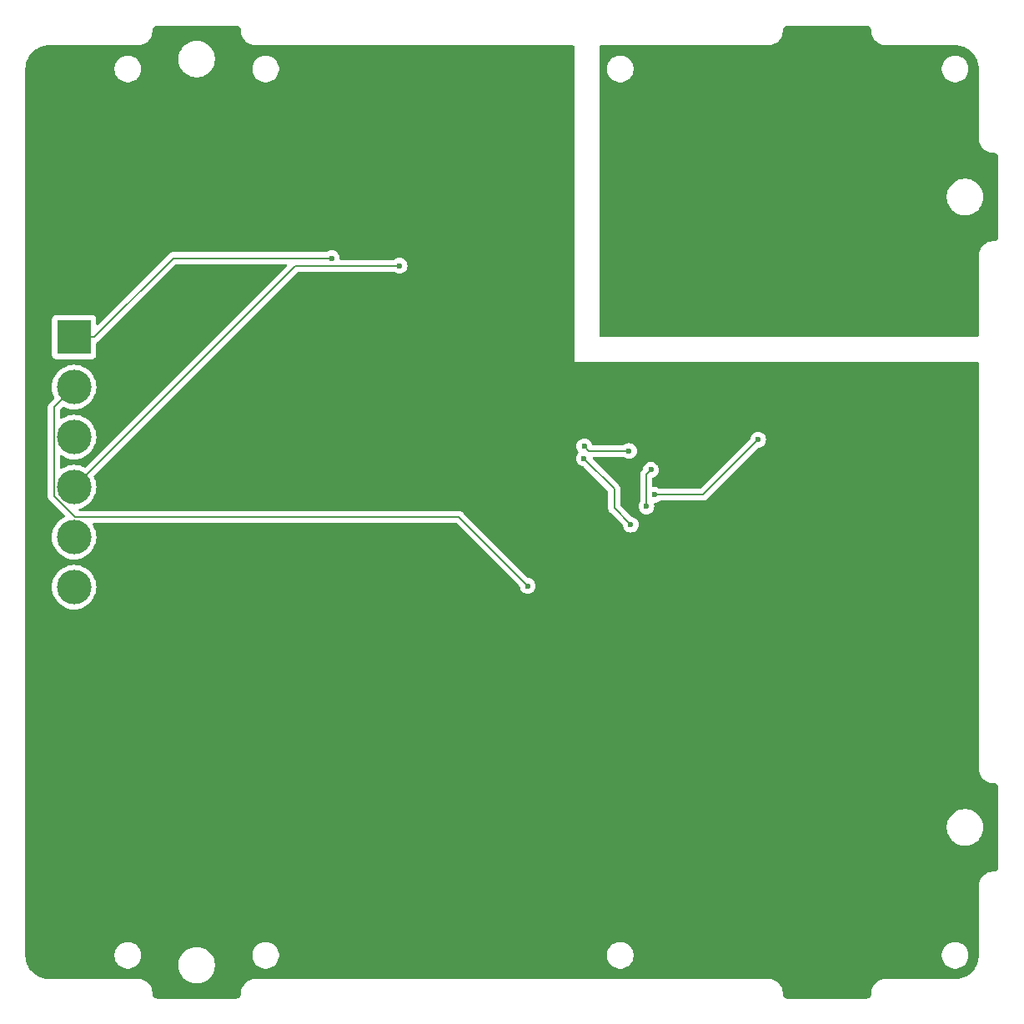
<source format=gbr>
%TF.GenerationSoftware,KiCad,Pcbnew,8.0.3-8.0.3-0~ubuntu22.04.1*%
%TF.CreationDate,2024-10-28T10:53:40+03:00*%
%TF.ProjectId,PM-AI1-W,504d2d41-4931-42d5-972e-6b696361645f,rev?*%
%TF.SameCoordinates,Original*%
%TF.FileFunction,Copper,L2,Bot*%
%TF.FilePolarity,Positive*%
%FSLAX46Y46*%
G04 Gerber Fmt 4.6, Leading zero omitted, Abs format (unit mm)*
G04 Created by KiCad (PCBNEW 8.0.3-8.0.3-0~ubuntu22.04.1) date 2024-10-28 10:53:40*
%MOMM*%
%LPD*%
G01*
G04 APERTURE LIST*
%TA.AperFunction,ComponentPad*%
%ADD10R,3.500000X3.500000*%
%TD*%
%TA.AperFunction,ComponentPad*%
%ADD11C,3.500000*%
%TD*%
%TA.AperFunction,ViaPad*%
%ADD12C,0.600000*%
%TD*%
%TA.AperFunction,Conductor*%
%ADD13C,0.200000*%
%TD*%
G04 APERTURE END LIST*
D10*
%TO.P,J4,1,Pin_1*%
%TO.N,/EXC+*%
X-44450000Y17780000D03*
D11*
%TO.P,J4,2,Pin_2*%
%TO.N,/AD_REFIN(+)*%
X-44450000Y12700000D03*
%TO.P,J4,3,Pin_3*%
%TO.N,/SIG+*%
X-44450000Y7620000D03*
%TO.P,J4,4,Pin_4*%
%TO.N,/EXC-*%
X-44450000Y2540000D03*
%TO.P,J4,5,Pin_5*%
%TO.N,/AD_REFIN(-)*%
X-44450000Y-2540000D03*
%TO.P,J4,6,Pin_6*%
%TO.N,/SIG-*%
X-44450000Y-7620000D03*
%TO.P,J4,7,Pin_7*%
%TO.N,AGND*%
X-44450000Y-12700000D03*
%TO.P,J4,8,Pin_8*%
X-44450000Y-17780000D03*
%TD*%
D12*
%TO.N,/EXC-*%
X-11402200Y25008500D03*
%TO.N,/EXC+*%
X-18293200Y25789900D03*
%TO.N,GND*%
X22860000Y45720000D03*
X29210000Y27940000D03*
X25400000Y43180000D03*
X27940000Y25400000D03*
X38862000Y21971000D03*
%TO.N,AGND*%
X25400000Y5080000D03*
X30480000Y0D03*
X30480000Y-2540000D03*
X-5080000Y2540000D03*
X22860000Y-7620000D03*
X10910001Y-1618765D03*
X-2540000Y-17780000D03*
X-2540000Y10160000D03*
X-5080000Y22860000D03*
X25400000Y12700000D03*
X22860000Y-5080000D03*
X38100000Y7620000D03*
%TO.N,AVDD*%
X7317200Y5447100D03*
X12065000Y-1270000D03*
%TO.N,/AD_REFIN(+)*%
X1611700Y-7493300D03*
%TO.N,/AD_ACX2*%
X7355000Y6680400D03*
X11900800Y6204600D03*
%TO.N,/MISO_ISO*%
X25000600Y7353400D03*
X14485700Y1754200D03*
%TO.N,DVDD*%
X14112300Y4290000D03*
X13650500Y576600D03*
%TD*%
D13*
%TO.N,/EXC-*%
X-21981500Y25008500D02*
X-11402200Y25008500D01*
X-44450000Y2540000D02*
X-21981500Y25008500D01*
%TO.N,/EXC+*%
X-42398300Y17780000D02*
X-34388400Y25789900D01*
X-44450000Y17780000D02*
X-42398300Y17780000D01*
X-34388400Y25789900D02*
X-18293200Y25789900D01*
%TO.N,AVDD*%
X10387600Y2376700D02*
X7317200Y5447100D01*
X12065000Y-1270000D02*
X10387600Y407400D01*
X10387600Y407400D02*
X10387600Y2376700D01*
%TO.N,/AD_REFIN(+)*%
X-5393300Y-488300D02*
X-44380300Y-488300D01*
X1611700Y-7493300D02*
X-5393300Y-488300D01*
X-46512800Y10637200D02*
X-44450000Y12700000D01*
X-46512800Y1644200D02*
X-46512800Y10637200D01*
X-44380300Y-488300D02*
X-46512800Y1644200D01*
%TO.N,/AD_ACX2*%
X11900800Y6204600D02*
X7830800Y6204600D01*
X7830800Y6204600D02*
X7355000Y6680400D01*
%TO.N,/MISO_ISO*%
X19401400Y1754200D02*
X14485700Y1754200D01*
X25000600Y7353400D02*
X19401400Y1754200D01*
%TO.N,DVDD*%
X13650500Y3828200D02*
X13650500Y576600D01*
X14112300Y4290000D02*
X13650500Y3828200D01*
%TD*%
%TA.AperFunction,Conductor*%
%TO.N,GND*%
G36*
X36006922Y49398720D02*
G01*
X36097266Y49388541D01*
X36124331Y49382364D01*
X36203540Y49354648D01*
X36228553Y49342602D01*
X36299606Y49297957D01*
X36321313Y49280645D01*
X36380644Y49221314D01*
X36397957Y49199605D01*
X36442600Y49128556D01*
X36454648Y49103538D01*
X36482362Y49024334D01*
X36488540Y48997265D01*
X36498720Y48906924D01*
X36499500Y48893039D01*
X36499500Y48792683D01*
X36530044Y48580236D01*
X36530047Y48580226D01*
X36590517Y48374285D01*
X36679672Y48179062D01*
X36679679Y48179049D01*
X36795720Y47998486D01*
X36936275Y47836276D01*
X37060277Y47728828D01*
X37098487Y47695719D01*
X37227531Y47612789D01*
X37279048Y47579680D01*
X37279061Y47579673D01*
X37474284Y47490518D01*
X37474288Y47490517D01*
X37474290Y47490516D01*
X37680231Y47430046D01*
X37680232Y47430046D01*
X37680235Y47430045D01*
X37743584Y47420938D01*
X37892682Y47399500D01*
X37934108Y47399500D01*
X44934108Y47399500D01*
X44996249Y47399500D01*
X45003736Y47399274D01*
X45281742Y47382458D01*
X45296605Y47380653D01*
X45371845Y47366865D01*
X45566866Y47331126D01*
X45581395Y47327545D01*
X45843713Y47245803D01*
X45857709Y47240495D01*
X46108264Y47127730D01*
X46121522Y47120772D01*
X46356658Y46978627D01*
X46368969Y46970129D01*
X46585261Y46800676D01*
X46596469Y46790746D01*
X46790745Y46596470D01*
X46800675Y46585262D01*
X46970124Y46368976D01*
X46978628Y46356656D01*
X47002452Y46317247D01*
X47120770Y46121524D01*
X47127729Y46108265D01*
X47240494Y45857710D01*
X47245803Y45843710D01*
X47327542Y45581403D01*
X47331126Y45566863D01*
X47380652Y45296606D01*
X47382457Y45281742D01*
X47399274Y45003737D01*
X47399500Y44996250D01*
X47399500Y37892683D01*
X47430044Y37680236D01*
X47430047Y37680226D01*
X47490517Y37474285D01*
X47579672Y37279062D01*
X47579679Y37279049D01*
X47695720Y37098486D01*
X47836275Y36936276D01*
X47960277Y36828828D01*
X47998487Y36795719D01*
X48114831Y36720950D01*
X48179048Y36679680D01*
X48179061Y36679673D01*
X48374284Y36590518D01*
X48374288Y36590517D01*
X48374290Y36590516D01*
X48580231Y36530046D01*
X48580232Y36530046D01*
X48580235Y36530045D01*
X48643584Y36520938D01*
X48792682Y36499500D01*
X48834108Y36499500D01*
X48893038Y36499500D01*
X48906922Y36498720D01*
X48997266Y36488541D01*
X49024331Y36482364D01*
X49103540Y36454648D01*
X49128553Y36442602D01*
X49199606Y36397957D01*
X49221313Y36380645D01*
X49280644Y36321314D01*
X49297957Y36299605D01*
X49342600Y36228556D01*
X49354648Y36203538D01*
X49382362Y36124334D01*
X49388540Y36097265D01*
X49398720Y36006924D01*
X49399500Y35993039D01*
X49399500Y28006962D01*
X49398720Y27993077D01*
X49388540Y27902736D01*
X49382362Y27875667D01*
X49354648Y27796463D01*
X49342600Y27771445D01*
X49297957Y27700396D01*
X49280644Y27678687D01*
X49221313Y27619356D01*
X49199604Y27602043D01*
X49128555Y27557400D01*
X49103537Y27545352D01*
X49024333Y27517638D01*
X48997264Y27511460D01*
X48917075Y27502424D01*
X48906921Y27501280D01*
X48893038Y27500500D01*
X48792682Y27500500D01*
X48580235Y27469956D01*
X48580225Y27469953D01*
X48374284Y27409483D01*
X48179061Y27320328D01*
X48179048Y27320321D01*
X47998485Y27204280D01*
X47836275Y27063725D01*
X47695720Y26901515D01*
X47579679Y26720952D01*
X47579672Y26720939D01*
X47490517Y26525716D01*
X47430047Y26319775D01*
X47430044Y26319765D01*
X47399500Y26107318D01*
X47399500Y17904000D01*
X47379815Y17836961D01*
X47327011Y17791206D01*
X47275500Y17780000D01*
X9014000Y17780000D01*
X8946961Y17799685D01*
X8901206Y17852489D01*
X8890000Y17904000D01*
X8890000Y32121289D01*
X44149500Y32121289D01*
X44149500Y31878712D01*
X44181161Y31638215D01*
X44243947Y31403896D01*
X44336773Y31179795D01*
X44336776Y31179788D01*
X44458064Y30969711D01*
X44458066Y30969708D01*
X44458067Y30969707D01*
X44605733Y30777264D01*
X44605739Y30777257D01*
X44777256Y30605740D01*
X44777262Y30605735D01*
X44969711Y30458064D01*
X45179788Y30336776D01*
X45403900Y30243946D01*
X45638211Y30181162D01*
X45818586Y30157416D01*
X45878711Y30149500D01*
X45878712Y30149500D01*
X46121289Y30149500D01*
X46169388Y30155833D01*
X46361789Y30181162D01*
X46596100Y30243946D01*
X46820212Y30336776D01*
X47030289Y30458064D01*
X47222738Y30605735D01*
X47394265Y30777262D01*
X47541936Y30969711D01*
X47663224Y31179788D01*
X47756054Y31403900D01*
X47818838Y31638211D01*
X47850500Y31878712D01*
X47850500Y32121288D01*
X47818838Y32361789D01*
X47756054Y32596100D01*
X47663224Y32820212D01*
X47541936Y33030289D01*
X47394265Y33222738D01*
X47394260Y33222744D01*
X47222743Y33394261D01*
X47222736Y33394267D01*
X47030293Y33541933D01*
X47030292Y33541934D01*
X47030289Y33541936D01*
X46820212Y33663224D01*
X46820205Y33663227D01*
X46596104Y33756053D01*
X46361785Y33818839D01*
X46121289Y33850500D01*
X46121288Y33850500D01*
X45878712Y33850500D01*
X45878711Y33850500D01*
X45638214Y33818839D01*
X45403895Y33756053D01*
X45179794Y33663227D01*
X45179785Y33663223D01*
X44969706Y33541933D01*
X44777263Y33394267D01*
X44777256Y33394261D01*
X44605739Y33222744D01*
X44605733Y33222737D01*
X44458067Y33030294D01*
X44336777Y32820215D01*
X44336773Y32820206D01*
X44243947Y32596105D01*
X44181161Y32361786D01*
X44149500Y32121289D01*
X8890000Y32121289D01*
X8890000Y45106287D01*
X9649500Y45106287D01*
X9649500Y44893714D01*
X9682753Y44683761D01*
X9748444Y44481586D01*
X9844951Y44292180D01*
X9969890Y44120214D01*
X10120213Y43969891D01*
X10292179Y43844952D01*
X10292181Y43844951D01*
X10292184Y43844949D01*
X10481588Y43748443D01*
X10683757Y43682754D01*
X10893713Y43649500D01*
X10893714Y43649500D01*
X11106286Y43649500D01*
X11106287Y43649500D01*
X11316243Y43682754D01*
X11518412Y43748443D01*
X11707816Y43844949D01*
X11729789Y43860914D01*
X11879786Y43969891D01*
X11879788Y43969894D01*
X11879792Y43969896D01*
X12030104Y44120208D01*
X12030106Y44120212D01*
X12030109Y44120214D01*
X12155048Y44292180D01*
X12155047Y44292180D01*
X12155051Y44292184D01*
X12251557Y44481588D01*
X12317246Y44683757D01*
X12350500Y44893713D01*
X12350500Y45106287D01*
X43649500Y45106287D01*
X43649500Y44893714D01*
X43682753Y44683761D01*
X43748444Y44481586D01*
X43844951Y44292180D01*
X43969890Y44120214D01*
X44120213Y43969891D01*
X44292179Y43844952D01*
X44292181Y43844951D01*
X44292184Y43844949D01*
X44481588Y43748443D01*
X44683757Y43682754D01*
X44893713Y43649500D01*
X44893714Y43649500D01*
X45106286Y43649500D01*
X45106287Y43649500D01*
X45316243Y43682754D01*
X45518412Y43748443D01*
X45707816Y43844949D01*
X45729789Y43860914D01*
X45879786Y43969891D01*
X45879788Y43969894D01*
X45879792Y43969896D01*
X46030104Y44120208D01*
X46030106Y44120212D01*
X46030109Y44120214D01*
X46155048Y44292180D01*
X46155047Y44292180D01*
X46155051Y44292184D01*
X46251557Y44481588D01*
X46317246Y44683757D01*
X46350500Y44893713D01*
X46350500Y45106287D01*
X46317246Y45316243D01*
X46251557Y45518412D01*
X46155051Y45707816D01*
X46155049Y45707819D01*
X46155048Y45707821D01*
X46030109Y45879787D01*
X45879786Y46030110D01*
X45707820Y46155049D01*
X45518414Y46251556D01*
X45518413Y46251557D01*
X45518412Y46251557D01*
X45316243Y46317246D01*
X45316241Y46317247D01*
X45316240Y46317247D01*
X45154957Y46342792D01*
X45106287Y46350500D01*
X44893713Y46350500D01*
X44845042Y46342792D01*
X44683760Y46317247D01*
X44481585Y46251556D01*
X44292179Y46155049D01*
X44120213Y46030110D01*
X43969890Y45879787D01*
X43844951Y45707821D01*
X43748444Y45518415D01*
X43682753Y45316240D01*
X43649500Y45106287D01*
X12350500Y45106287D01*
X12317246Y45316243D01*
X12251557Y45518412D01*
X12155051Y45707816D01*
X12155049Y45707819D01*
X12155048Y45707821D01*
X12030109Y45879787D01*
X11879786Y46030110D01*
X11707820Y46155049D01*
X11518414Y46251556D01*
X11518413Y46251557D01*
X11518412Y46251557D01*
X11316243Y46317246D01*
X11316241Y46317247D01*
X11316240Y46317247D01*
X11154957Y46342792D01*
X11106287Y46350500D01*
X10893713Y46350500D01*
X10845042Y46342792D01*
X10683760Y46317247D01*
X10481585Y46251556D01*
X10292179Y46155049D01*
X10120213Y46030110D01*
X9969890Y45879787D01*
X9844951Y45707821D01*
X9748444Y45518415D01*
X9682753Y45316240D01*
X9649500Y45106287D01*
X8890000Y45106287D01*
X8890000Y47275500D01*
X8909685Y47342539D01*
X8962489Y47388294D01*
X9014000Y47399500D01*
X26107317Y47399500D01*
X26107318Y47399500D01*
X26277851Y47424020D01*
X26319764Y47430045D01*
X26319765Y47430046D01*
X26319769Y47430046D01*
X26525710Y47490516D01*
X26525713Y47490518D01*
X26525715Y47490518D01*
X26720938Y47579673D01*
X26720944Y47579677D01*
X26720950Y47579679D01*
X26901513Y47695719D01*
X27063724Y47836276D01*
X27204281Y47998487D01*
X27320321Y48179050D01*
X27320323Y48179056D01*
X27320327Y48179062D01*
X27409482Y48374285D01*
X27409482Y48374287D01*
X27409484Y48374290D01*
X27469954Y48580231D01*
X27500500Y48792682D01*
X27500500Y48893039D01*
X27501280Y48906923D01*
X27501280Y48906924D01*
X27511459Y48997269D01*
X27517635Y49024330D01*
X27545353Y49103544D01*
X27557396Y49128550D01*
X27602046Y49199611D01*
X27619351Y49221310D01*
X27678690Y49280649D01*
X27700389Y49297954D01*
X27771450Y49342604D01*
X27796456Y49354647D01*
X27875670Y49382365D01*
X27902733Y49388541D01*
X27965419Y49395604D01*
X27993079Y49398720D01*
X28006962Y49399500D01*
X28065892Y49399500D01*
X35934108Y49399500D01*
X35993038Y49399500D01*
X36006922Y49398720D01*
G37*
%TD.AperFunction*%
%TD*%
%TA.AperFunction,Conductor*%
%TO.N,AGND*%
G36*
X-27993078Y49398720D02*
G01*
X-27902734Y49388541D01*
X-27875669Y49382364D01*
X-27796460Y49354648D01*
X-27771447Y49342602D01*
X-27700394Y49297957D01*
X-27678687Y49280645D01*
X-27619356Y49221314D01*
X-27602043Y49199605D01*
X-27557400Y49128556D01*
X-27545352Y49103538D01*
X-27517638Y49024334D01*
X-27511460Y48997265D01*
X-27501280Y48906924D01*
X-27500500Y48893039D01*
X-27500500Y48792683D01*
X-27469956Y48580236D01*
X-27469953Y48580226D01*
X-27409483Y48374285D01*
X-27320328Y48179062D01*
X-27320321Y48179049D01*
X-27204280Y47998486D01*
X-27063725Y47836276D01*
X-27043600Y47818838D01*
X-26901513Y47695719D01*
X-26772469Y47612789D01*
X-26720952Y47579680D01*
X-26720939Y47579673D01*
X-26525716Y47490518D01*
X-26525712Y47490517D01*
X-26525710Y47490516D01*
X-26319769Y47430046D01*
X-26319768Y47430046D01*
X-26319765Y47430045D01*
X-26256416Y47420938D01*
X-26107318Y47399500D01*
X-26107317Y47399500D01*
X6226000Y47399500D01*
X6293039Y47379815D01*
X6338794Y47327011D01*
X6350000Y47275500D01*
X6350000Y15240000D01*
X47275500Y15240000D01*
X47342539Y15220315D01*
X47388294Y15167511D01*
X47399500Y15116000D01*
X47399500Y-26107317D01*
X47430044Y-26319764D01*
X47430047Y-26319774D01*
X47490517Y-26525715D01*
X47579672Y-26720938D01*
X47579679Y-26720951D01*
X47695720Y-26901514D01*
X47836275Y-27063724D01*
X47960277Y-27171172D01*
X47998487Y-27204281D01*
X48114831Y-27279050D01*
X48179048Y-27320320D01*
X48179061Y-27320327D01*
X48374284Y-27409482D01*
X48374288Y-27409483D01*
X48374290Y-27409484D01*
X48580231Y-27469954D01*
X48580232Y-27469954D01*
X48580235Y-27469955D01*
X48643584Y-27479062D01*
X48792682Y-27500500D01*
X48834108Y-27500500D01*
X48893038Y-27500500D01*
X48906922Y-27501280D01*
X48997266Y-27511459D01*
X49024331Y-27517636D01*
X49103540Y-27545352D01*
X49128553Y-27557398D01*
X49199606Y-27602043D01*
X49221313Y-27619355D01*
X49280644Y-27678686D01*
X49297957Y-27700395D01*
X49342600Y-27771444D01*
X49354648Y-27796462D01*
X49382362Y-27875666D01*
X49388540Y-27902735D01*
X49398720Y-27993076D01*
X49399500Y-28006961D01*
X49399500Y-35993038D01*
X49398720Y-36006923D01*
X49388540Y-36097264D01*
X49382362Y-36124333D01*
X49354648Y-36203537D01*
X49342600Y-36228555D01*
X49297957Y-36299604D01*
X49280644Y-36321313D01*
X49221313Y-36380644D01*
X49199604Y-36397957D01*
X49128555Y-36442600D01*
X49103537Y-36454648D01*
X49024333Y-36482362D01*
X48997264Y-36488540D01*
X48917075Y-36497576D01*
X48906921Y-36498720D01*
X48893038Y-36499500D01*
X48792682Y-36499500D01*
X48580235Y-36530044D01*
X48580225Y-36530047D01*
X48374284Y-36590517D01*
X48179061Y-36679672D01*
X48179048Y-36679679D01*
X47998485Y-36795720D01*
X47836275Y-36936275D01*
X47695720Y-37098485D01*
X47579679Y-37279048D01*
X47579672Y-37279061D01*
X47490517Y-37474284D01*
X47430047Y-37680225D01*
X47430044Y-37680235D01*
X47399500Y-37892682D01*
X47399500Y-44996249D01*
X47399274Y-45003736D01*
X47382457Y-45281741D01*
X47380652Y-45296605D01*
X47331126Y-45566862D01*
X47327542Y-45581402D01*
X47245803Y-45843709D01*
X47240494Y-45857709D01*
X47127729Y-46108264D01*
X47120770Y-46121523D01*
X46978630Y-46356652D01*
X46970124Y-46368975D01*
X46800675Y-46585261D01*
X46790745Y-46596469D01*
X46596469Y-46790745D01*
X46585261Y-46800675D01*
X46368975Y-46970124D01*
X46356652Y-46978630D01*
X46121523Y-47120770D01*
X46108264Y-47127729D01*
X45857709Y-47240494D01*
X45843709Y-47245803D01*
X45581402Y-47327542D01*
X45566862Y-47331126D01*
X45296605Y-47380652D01*
X45281741Y-47382457D01*
X45003736Y-47399274D01*
X44996249Y-47399500D01*
X37892682Y-47399500D01*
X37680235Y-47430044D01*
X37680225Y-47430047D01*
X37474284Y-47490517D01*
X37279061Y-47579672D01*
X37279048Y-47579679D01*
X37098485Y-47695720D01*
X36936275Y-47836275D01*
X36795720Y-47998485D01*
X36679679Y-48179048D01*
X36679672Y-48179061D01*
X36590517Y-48374284D01*
X36530047Y-48580225D01*
X36530044Y-48580235D01*
X36499500Y-48792682D01*
X36499500Y-48893038D01*
X36498720Y-48906923D01*
X36488540Y-48997264D01*
X36482362Y-49024333D01*
X36454648Y-49103537D01*
X36442600Y-49128555D01*
X36397957Y-49199604D01*
X36380644Y-49221313D01*
X36321313Y-49280644D01*
X36299604Y-49297957D01*
X36228555Y-49342600D01*
X36203537Y-49354648D01*
X36124333Y-49382362D01*
X36097264Y-49388540D01*
X36017075Y-49397576D01*
X36006921Y-49398720D01*
X35993038Y-49399500D01*
X28006962Y-49399500D01*
X27993078Y-49398720D01*
X27980553Y-49397308D01*
X27902735Y-49388540D01*
X27875666Y-49382362D01*
X27796462Y-49354648D01*
X27771444Y-49342600D01*
X27700395Y-49297957D01*
X27678686Y-49280644D01*
X27619355Y-49221313D01*
X27602042Y-49199604D01*
X27557399Y-49128555D01*
X27545351Y-49103537D01*
X27517637Y-49024333D01*
X27511459Y-48997263D01*
X27501280Y-48906922D01*
X27500500Y-48893038D01*
X27500500Y-48792683D01*
X27500500Y-48792682D01*
X27469954Y-48580231D01*
X27409484Y-48374290D01*
X27409483Y-48374288D01*
X27409482Y-48374284D01*
X27320327Y-48179061D01*
X27320320Y-48179048D01*
X27227120Y-48034026D01*
X27204281Y-47998487D01*
X27171172Y-47960277D01*
X27063724Y-47836275D01*
X26901514Y-47695720D01*
X26901513Y-47695719D01*
X26824634Y-47646312D01*
X26720951Y-47579679D01*
X26720938Y-47579672D01*
X26525715Y-47490517D01*
X26319774Y-47430047D01*
X26319764Y-47430044D01*
X26128754Y-47402582D01*
X26107318Y-47399500D01*
X26065892Y-47399500D01*
X-25934108Y-47399500D01*
X-26000000Y-47399500D01*
X-26107318Y-47399500D01*
X-26319765Y-47430044D01*
X-26319775Y-47430047D01*
X-26525716Y-47490517D01*
X-26720939Y-47579672D01*
X-26720952Y-47579679D01*
X-26901515Y-47695720D01*
X-27063725Y-47836275D01*
X-27204280Y-47998485D01*
X-27320321Y-48179048D01*
X-27320328Y-48179061D01*
X-27409483Y-48374284D01*
X-27469953Y-48580225D01*
X-27469956Y-48580235D01*
X-27500500Y-48792682D01*
X-27500500Y-48893038D01*
X-27501280Y-48906923D01*
X-27511460Y-48997264D01*
X-27517638Y-49024333D01*
X-27545352Y-49103537D01*
X-27557400Y-49128555D01*
X-27602043Y-49199604D01*
X-27619356Y-49221313D01*
X-27678687Y-49280644D01*
X-27700396Y-49297957D01*
X-27771445Y-49342600D01*
X-27796463Y-49354648D01*
X-27875667Y-49382362D01*
X-27902736Y-49388540D01*
X-27982925Y-49397576D01*
X-27993079Y-49398720D01*
X-28006962Y-49399500D01*
X-35993038Y-49399500D01*
X-36006922Y-49398720D01*
X-36019447Y-49397308D01*
X-36097265Y-49388540D01*
X-36124334Y-49382362D01*
X-36203538Y-49354648D01*
X-36228556Y-49342600D01*
X-36299605Y-49297957D01*
X-36321314Y-49280644D01*
X-36380645Y-49221313D01*
X-36397958Y-49199604D01*
X-36442601Y-49128555D01*
X-36454649Y-49103537D01*
X-36482363Y-49024333D01*
X-36488541Y-48997263D01*
X-36498720Y-48906922D01*
X-36499500Y-48893038D01*
X-36499500Y-48792683D01*
X-36499500Y-48792682D01*
X-36530046Y-48580231D01*
X-36590516Y-48374290D01*
X-36590517Y-48374288D01*
X-36590518Y-48374284D01*
X-36679673Y-48179061D01*
X-36679680Y-48179048D01*
X-36772880Y-48034026D01*
X-36795719Y-47998487D01*
X-36828828Y-47960277D01*
X-36936276Y-47836275D01*
X-37098486Y-47695720D01*
X-37098487Y-47695719D01*
X-37175366Y-47646312D01*
X-37279049Y-47579679D01*
X-37279062Y-47579672D01*
X-37474285Y-47490517D01*
X-37680226Y-47430047D01*
X-37680236Y-47430044D01*
X-37871246Y-47402582D01*
X-37892682Y-47399500D01*
X-37892683Y-47399500D01*
X-46996249Y-47399500D01*
X-47003736Y-47399274D01*
X-47281742Y-47382457D01*
X-47296606Y-47380652D01*
X-47566863Y-47331126D01*
X-47581403Y-47327542D01*
X-47843710Y-47245803D01*
X-47857710Y-47240494D01*
X-48108265Y-47127729D01*
X-48121524Y-47120770D01*
X-48356653Y-46978630D01*
X-48368976Y-46970124D01*
X-48585262Y-46800675D01*
X-48596470Y-46790745D01*
X-48790746Y-46596469D01*
X-48800676Y-46585261D01*
X-48970125Y-46368975D01*
X-48978627Y-46356658D01*
X-49120772Y-46121522D01*
X-49127730Y-46108264D01*
X-49240496Y-45857706D01*
X-49245804Y-45843709D01*
X-49327543Y-45581402D01*
X-49331127Y-45566862D01*
X-49340006Y-45518412D01*
X-49380653Y-45296605D01*
X-49382458Y-45281741D01*
X-49399274Y-45003736D01*
X-49399500Y-44996249D01*
X-49399500Y-44893713D01*
X-40350500Y-44893713D01*
X-40350500Y-45106286D01*
X-40317247Y-45316239D01*
X-40251556Y-45518414D01*
X-40155049Y-45707820D01*
X-40030110Y-45879786D01*
X-39879787Y-46030109D01*
X-39707821Y-46155048D01*
X-39707819Y-46155049D01*
X-39707816Y-46155051D01*
X-39518412Y-46251557D01*
X-39316243Y-46317246D01*
X-39106287Y-46350500D01*
X-39106286Y-46350500D01*
X-38893714Y-46350500D01*
X-38893713Y-46350500D01*
X-38683757Y-46317246D01*
X-38481588Y-46251557D01*
X-38292184Y-46155051D01*
X-38227787Y-46108264D01*
X-38120214Y-46030109D01*
X-38120212Y-46030106D01*
X-38120208Y-46030104D01*
X-37969896Y-45879792D01*
X-37969894Y-45879788D01*
X-37969891Y-45879786D01*
X-37969110Y-45878711D01*
X-33850500Y-45878711D01*
X-33850500Y-46121288D01*
X-33819515Y-46356652D01*
X-33818838Y-46361789D01*
X-33787446Y-46478944D01*
X-33756053Y-46596104D01*
X-33663227Y-46820205D01*
X-33663224Y-46820212D01*
X-33541936Y-47030289D01*
X-33541934Y-47030292D01*
X-33541933Y-47030293D01*
X-33394267Y-47222736D01*
X-33394261Y-47222743D01*
X-33222744Y-47394260D01*
X-33222738Y-47394265D01*
X-33030289Y-47541936D01*
X-32820212Y-47663224D01*
X-32596100Y-47756054D01*
X-32361789Y-47818838D01*
X-32181414Y-47842584D01*
X-32121289Y-47850500D01*
X-32121288Y-47850500D01*
X-31878711Y-47850500D01*
X-31830612Y-47844167D01*
X-31638211Y-47818838D01*
X-31403900Y-47756054D01*
X-31179788Y-47663224D01*
X-30969711Y-47541936D01*
X-30777262Y-47394265D01*
X-30605735Y-47222738D01*
X-30458064Y-47030289D01*
X-30336776Y-46820212D01*
X-30243946Y-46596100D01*
X-30181162Y-46361789D01*
X-30149500Y-46121288D01*
X-30149500Y-45878712D01*
X-30181162Y-45638211D01*
X-30243946Y-45403900D01*
X-30336776Y-45179788D01*
X-30458064Y-44969711D01*
X-30516379Y-44893713D01*
X-26350500Y-44893713D01*
X-26350500Y-45106286D01*
X-26317247Y-45316239D01*
X-26251556Y-45518414D01*
X-26155049Y-45707820D01*
X-26030110Y-45879786D01*
X-25879787Y-46030109D01*
X-25707821Y-46155048D01*
X-25707819Y-46155049D01*
X-25707816Y-46155051D01*
X-25518412Y-46251557D01*
X-25316243Y-46317246D01*
X-25106287Y-46350500D01*
X-25106286Y-46350500D01*
X-24893714Y-46350500D01*
X-24893713Y-46350500D01*
X-24683757Y-46317246D01*
X-24481588Y-46251557D01*
X-24292184Y-46155051D01*
X-24227787Y-46108264D01*
X-24120214Y-46030109D01*
X-24120212Y-46030106D01*
X-24120208Y-46030104D01*
X-23969896Y-45879792D01*
X-23969894Y-45879788D01*
X-23969891Y-45879786D01*
X-23844952Y-45707820D01*
X-23844953Y-45707820D01*
X-23844949Y-45707816D01*
X-23748443Y-45518412D01*
X-23682754Y-45316243D01*
X-23649500Y-45106287D01*
X-23649500Y-44893713D01*
X9649500Y-44893713D01*
X9649500Y-45106286D01*
X9682753Y-45316239D01*
X9748444Y-45518414D01*
X9844951Y-45707820D01*
X9969890Y-45879786D01*
X10120213Y-46030109D01*
X10292179Y-46155048D01*
X10292181Y-46155049D01*
X10292184Y-46155051D01*
X10481588Y-46251557D01*
X10683757Y-46317246D01*
X10893713Y-46350500D01*
X10893714Y-46350500D01*
X11106286Y-46350500D01*
X11106287Y-46350500D01*
X11316243Y-46317246D01*
X11518412Y-46251557D01*
X11707816Y-46155051D01*
X11772213Y-46108264D01*
X11879786Y-46030109D01*
X11879788Y-46030106D01*
X11879792Y-46030104D01*
X12030104Y-45879792D01*
X12030106Y-45879788D01*
X12030109Y-45879786D01*
X12155048Y-45707820D01*
X12155047Y-45707820D01*
X12155051Y-45707816D01*
X12251557Y-45518412D01*
X12317246Y-45316243D01*
X12350500Y-45106287D01*
X12350500Y-44893713D01*
X43649500Y-44893713D01*
X43649500Y-45106286D01*
X43682753Y-45316239D01*
X43748444Y-45518414D01*
X43844951Y-45707820D01*
X43969890Y-45879786D01*
X44120213Y-46030109D01*
X44292179Y-46155048D01*
X44292181Y-46155049D01*
X44292184Y-46155051D01*
X44481588Y-46251557D01*
X44683757Y-46317246D01*
X44893713Y-46350500D01*
X44893714Y-46350500D01*
X45106286Y-46350500D01*
X45106287Y-46350500D01*
X45316243Y-46317246D01*
X45518412Y-46251557D01*
X45707816Y-46155051D01*
X45772213Y-46108264D01*
X45879786Y-46030109D01*
X45879788Y-46030106D01*
X45879792Y-46030104D01*
X46030104Y-45879792D01*
X46030106Y-45879788D01*
X46030109Y-45879786D01*
X46155048Y-45707820D01*
X46155047Y-45707820D01*
X46155051Y-45707816D01*
X46251557Y-45518412D01*
X46317246Y-45316243D01*
X46350500Y-45106287D01*
X46350500Y-44893713D01*
X46317246Y-44683757D01*
X46251557Y-44481588D01*
X46155051Y-44292184D01*
X46155049Y-44292181D01*
X46155048Y-44292179D01*
X46030109Y-44120213D01*
X45879786Y-43969890D01*
X45707820Y-43844951D01*
X45518414Y-43748444D01*
X45518413Y-43748443D01*
X45518412Y-43748443D01*
X45316243Y-43682754D01*
X45316241Y-43682753D01*
X45316240Y-43682753D01*
X45154957Y-43657208D01*
X45106287Y-43649500D01*
X44893713Y-43649500D01*
X44845042Y-43657208D01*
X44683760Y-43682753D01*
X44481585Y-43748444D01*
X44292179Y-43844951D01*
X44120213Y-43969890D01*
X43969890Y-44120213D01*
X43844951Y-44292179D01*
X43748444Y-44481585D01*
X43682753Y-44683760D01*
X43649500Y-44893713D01*
X12350500Y-44893713D01*
X12317246Y-44683757D01*
X12251557Y-44481588D01*
X12155051Y-44292184D01*
X12155049Y-44292181D01*
X12155048Y-44292179D01*
X12030109Y-44120213D01*
X11879786Y-43969890D01*
X11707820Y-43844951D01*
X11518414Y-43748444D01*
X11518413Y-43748443D01*
X11518412Y-43748443D01*
X11316243Y-43682754D01*
X11316241Y-43682753D01*
X11316240Y-43682753D01*
X11154957Y-43657208D01*
X11106287Y-43649500D01*
X10893713Y-43649500D01*
X10845042Y-43657208D01*
X10683760Y-43682753D01*
X10481585Y-43748444D01*
X10292179Y-43844951D01*
X10120213Y-43969890D01*
X9969890Y-44120213D01*
X9844951Y-44292179D01*
X9748444Y-44481585D01*
X9682753Y-44683760D01*
X9649500Y-44893713D01*
X-23649500Y-44893713D01*
X-23682754Y-44683757D01*
X-23748443Y-44481588D01*
X-23844949Y-44292184D01*
X-23844951Y-44292181D01*
X-23844952Y-44292179D01*
X-23969891Y-44120213D01*
X-24120214Y-43969890D01*
X-24292180Y-43844951D01*
X-24481586Y-43748444D01*
X-24481587Y-43748443D01*
X-24481588Y-43748443D01*
X-24683757Y-43682754D01*
X-24683759Y-43682753D01*
X-24683760Y-43682753D01*
X-24845043Y-43657208D01*
X-24893713Y-43649500D01*
X-25106287Y-43649500D01*
X-25154958Y-43657208D01*
X-25316240Y-43682753D01*
X-25518415Y-43748444D01*
X-25707821Y-43844951D01*
X-25879787Y-43969890D01*
X-26030110Y-44120213D01*
X-26155049Y-44292179D01*
X-26251556Y-44481585D01*
X-26317247Y-44683760D01*
X-26350500Y-44893713D01*
X-30516379Y-44893713D01*
X-30605735Y-44777262D01*
X-30605740Y-44777256D01*
X-30777257Y-44605739D01*
X-30777264Y-44605733D01*
X-30969707Y-44458067D01*
X-30969708Y-44458066D01*
X-30969711Y-44458064D01*
X-31179788Y-44336776D01*
X-31179795Y-44336773D01*
X-31403896Y-44243947D01*
X-31638215Y-44181161D01*
X-31878711Y-44149500D01*
X-31878712Y-44149500D01*
X-32121288Y-44149500D01*
X-32121289Y-44149500D01*
X-32361786Y-44181161D01*
X-32596105Y-44243947D01*
X-32820206Y-44336773D01*
X-32820215Y-44336777D01*
X-33030294Y-44458067D01*
X-33222737Y-44605733D01*
X-33222744Y-44605739D01*
X-33394261Y-44777256D01*
X-33394267Y-44777263D01*
X-33541933Y-44969706D01*
X-33663223Y-45179785D01*
X-33663227Y-45179794D01*
X-33756053Y-45403895D01*
X-33818839Y-45638214D01*
X-33850500Y-45878711D01*
X-37969110Y-45878711D01*
X-37844952Y-45707820D01*
X-37844953Y-45707820D01*
X-37844949Y-45707816D01*
X-37748443Y-45518412D01*
X-37682754Y-45316243D01*
X-37649500Y-45106287D01*
X-37649500Y-44893713D01*
X-37682754Y-44683757D01*
X-37748443Y-44481588D01*
X-37844949Y-44292184D01*
X-37844951Y-44292181D01*
X-37844952Y-44292179D01*
X-37969891Y-44120213D01*
X-38120214Y-43969890D01*
X-38292180Y-43844951D01*
X-38481586Y-43748444D01*
X-38481587Y-43748443D01*
X-38481588Y-43748443D01*
X-38683757Y-43682754D01*
X-38683759Y-43682753D01*
X-38683760Y-43682753D01*
X-38845043Y-43657208D01*
X-38893713Y-43649500D01*
X-39106287Y-43649500D01*
X-39154958Y-43657208D01*
X-39316240Y-43682753D01*
X-39518415Y-43748444D01*
X-39707821Y-43844951D01*
X-39879787Y-43969890D01*
X-40030110Y-44120213D01*
X-40155049Y-44292179D01*
X-40251556Y-44481585D01*
X-40317247Y-44683760D01*
X-40350500Y-44893713D01*
X-49399500Y-44893713D01*
X-49399500Y-31878711D01*
X44149500Y-31878711D01*
X44149500Y-32121288D01*
X44181161Y-32361785D01*
X44243947Y-32596104D01*
X44336773Y-32820205D01*
X44336776Y-32820212D01*
X44458064Y-33030289D01*
X44458066Y-33030292D01*
X44458067Y-33030293D01*
X44605733Y-33222736D01*
X44605739Y-33222743D01*
X44777256Y-33394260D01*
X44777262Y-33394265D01*
X44969711Y-33541936D01*
X45179788Y-33663224D01*
X45403900Y-33756054D01*
X45638211Y-33818838D01*
X45818586Y-33842584D01*
X45878711Y-33850500D01*
X45878712Y-33850500D01*
X46121289Y-33850500D01*
X46169388Y-33844167D01*
X46361789Y-33818838D01*
X46596100Y-33756054D01*
X46820212Y-33663224D01*
X47030289Y-33541936D01*
X47222738Y-33394265D01*
X47394265Y-33222738D01*
X47541936Y-33030289D01*
X47663224Y-32820212D01*
X47756054Y-32596100D01*
X47818838Y-32361789D01*
X47850500Y-32121288D01*
X47850500Y-31878712D01*
X47818838Y-31638211D01*
X47756054Y-31403900D01*
X47663224Y-31179788D01*
X47541936Y-30969711D01*
X47394265Y-30777262D01*
X47394260Y-30777256D01*
X47222743Y-30605739D01*
X47222736Y-30605733D01*
X47030293Y-30458067D01*
X47030292Y-30458066D01*
X47030289Y-30458064D01*
X46820212Y-30336776D01*
X46820205Y-30336773D01*
X46596104Y-30243947D01*
X46361785Y-30181161D01*
X46121289Y-30149500D01*
X46121288Y-30149500D01*
X45878712Y-30149500D01*
X45878711Y-30149500D01*
X45638214Y-30181161D01*
X45403895Y-30243947D01*
X45179794Y-30336773D01*
X45179785Y-30336777D01*
X44969706Y-30458067D01*
X44777263Y-30605733D01*
X44777256Y-30605739D01*
X44605739Y-30777256D01*
X44605733Y-30777263D01*
X44458067Y-30969706D01*
X44336777Y-31179785D01*
X44336773Y-31179794D01*
X44243947Y-31403895D01*
X44181161Y-31638214D01*
X44149500Y-31878711D01*
X-49399500Y-31878711D01*
X-49399500Y-7619992D01*
X-46705329Y-7619992D01*
X-46705329Y-7620007D01*
X-46686036Y-7914363D01*
X-46686035Y-7914373D01*
X-46686034Y-7914380D01*
X-46644515Y-8123115D01*
X-46628482Y-8203716D01*
X-46628479Y-8203730D01*
X-46533651Y-8483080D01*
X-46403175Y-8747660D01*
X-46403171Y-8747667D01*
X-46239275Y-8992955D01*
X-46044759Y-9214758D01*
X-45822957Y-9409273D01*
X-45577665Y-9573172D01*
X-45313077Y-9703652D01*
X-45033722Y-9798481D01*
X-44744380Y-9856034D01*
X-44716112Y-9857886D01*
X-44450007Y-9875329D01*
X-44450000Y-9875329D01*
X-44449993Y-9875329D01*
X-44214325Y-9859881D01*
X-44155620Y-9856034D01*
X-43866278Y-9798481D01*
X-43586923Y-9703652D01*
X-43322335Y-9573172D01*
X-43077043Y-9409273D01*
X-42855242Y-9214758D01*
X-42660727Y-8992957D01*
X-42496828Y-8747665D01*
X-42366348Y-8483077D01*
X-42271519Y-8203722D01*
X-42213966Y-7914380D01*
X-42209276Y-7842821D01*
X-42194671Y-7620007D01*
X-42194671Y-7619992D01*
X-42213965Y-7325636D01*
X-42213966Y-7325620D01*
X-42271519Y-7036278D01*
X-42366348Y-6756923D01*
X-42496828Y-6492336D01*
X-42660727Y-6247043D01*
X-42703345Y-6198447D01*
X-42855242Y-6025241D01*
X-43077045Y-5830725D01*
X-43322333Y-5666829D01*
X-43322340Y-5666825D01*
X-43586920Y-5536349D01*
X-43866270Y-5441521D01*
X-43866276Y-5441519D01*
X-43866278Y-5441519D01*
X-44155620Y-5383966D01*
X-44155627Y-5383965D01*
X-44155637Y-5383964D01*
X-44449993Y-5364671D01*
X-44450007Y-5364671D01*
X-44744364Y-5383964D01*
X-44744376Y-5383965D01*
X-44744380Y-5383966D01*
X-44744388Y-5383967D01*
X-44744391Y-5383968D01*
X-45033717Y-5441518D01*
X-45033731Y-5441521D01*
X-45313081Y-5536349D01*
X-45577666Y-5666828D01*
X-45822959Y-5830728D01*
X-46044759Y-6025241D01*
X-46239272Y-6247041D01*
X-46403172Y-6492334D01*
X-46533651Y-6756919D01*
X-46628479Y-7036269D01*
X-46628482Y-7036283D01*
X-46686032Y-7325609D01*
X-46686036Y-7325636D01*
X-46705329Y-7619992D01*
X-49399500Y-7619992D01*
X-49399500Y1565146D01*
X-47113302Y1565146D01*
X-47113301Y1565143D01*
X-47072377Y1412415D01*
X-47067912Y1404682D01*
X-47067910Y1404678D01*
X-46993323Y1275488D01*
X-46993319Y1275483D01*
X-46874451Y1156615D01*
X-46874445Y1156610D01*
X-45400885Y-316950D01*
X-45367400Y-378273D01*
X-45372384Y-447965D01*
X-45414256Y-503898D01*
X-45433722Y-515843D01*
X-45577665Y-586828D01*
X-45822959Y-750728D01*
X-46044759Y-945241D01*
X-46239272Y-1167041D01*
X-46403172Y-1412334D01*
X-46533651Y-1676919D01*
X-46628479Y-1956269D01*
X-46628482Y-1956283D01*
X-46686032Y-2245609D01*
X-46686036Y-2245636D01*
X-46705329Y-2539992D01*
X-46705329Y-2540007D01*
X-46686036Y-2834363D01*
X-46686035Y-2834373D01*
X-46686034Y-2834380D01*
X-46686032Y-2834390D01*
X-46628482Y-3123716D01*
X-46628479Y-3123730D01*
X-46533651Y-3403080D01*
X-46403175Y-3667660D01*
X-46403171Y-3667667D01*
X-46239275Y-3912955D01*
X-46044759Y-4134758D01*
X-45822957Y-4329273D01*
X-45577665Y-4493172D01*
X-45313077Y-4623652D01*
X-45033722Y-4718481D01*
X-44744380Y-4776034D01*
X-44716112Y-4777886D01*
X-44450007Y-4795329D01*
X-44450000Y-4795329D01*
X-44449993Y-4795329D01*
X-44214325Y-4779881D01*
X-44155620Y-4776034D01*
X-43866278Y-4718481D01*
X-43586923Y-4623652D01*
X-43322335Y-4493172D01*
X-43077043Y-4329273D01*
X-42855242Y-4134758D01*
X-42660727Y-3912957D01*
X-42496828Y-3667665D01*
X-42366348Y-3403077D01*
X-42271519Y-3123722D01*
X-42213966Y-2834380D01*
X-42194671Y-2540000D01*
X-42194671Y-2539992D01*
X-42213965Y-2245636D01*
X-42213966Y-2245620D01*
X-42271519Y-1956278D01*
X-42366348Y-1676923D01*
X-42496828Y-1412336D01*
X-42584123Y-1281690D01*
X-42605000Y-1215013D01*
X-42586515Y-1147633D01*
X-42534537Y-1100943D01*
X-42481020Y-1088800D01*
X-5693397Y-1088800D01*
X-5626358Y-1108485D01*
X-5605716Y-1125119D01*
X780998Y-7511833D01*
X814483Y-7573156D01*
X816537Y-7585630D01*
X826330Y-7672549D01*
X885910Y-7842821D01*
X930863Y-7914363D01*
X981884Y-7995562D01*
X1109438Y-8123116D01*
X1199780Y-8179882D01*
X1237721Y-8203722D01*
X1262178Y-8219089D01*
X1432445Y-8278668D01*
X1432450Y-8278669D01*
X1611696Y-8298865D01*
X1611700Y-8298865D01*
X1611704Y-8298865D01*
X1790949Y-8278669D01*
X1790952Y-8278668D01*
X1790955Y-8278668D01*
X1961222Y-8219089D01*
X2113962Y-8123116D01*
X2241516Y-7995562D01*
X2337489Y-7842822D01*
X2397068Y-7672555D01*
X2402989Y-7620007D01*
X2417265Y-7493303D01*
X2417265Y-7493296D01*
X2397069Y-7314050D01*
X2397068Y-7314045D01*
X2337488Y-7143776D01*
X2269942Y-7036278D01*
X2241516Y-6991038D01*
X2113962Y-6863484D01*
X1961221Y-6767510D01*
X1790949Y-6707930D01*
X1704030Y-6698137D01*
X1639616Y-6671070D01*
X1630233Y-6662598D01*
X-4905710Y-126655D01*
X-4905712Y-126652D01*
X-5024583Y-7781D01*
X-5024584Y-7780D01*
X-5111396Y42340D01*
X-5111396Y42341D01*
X-5111400Y42342D01*
X-5161515Y71277D01*
X-5314243Y112201D01*
X-5472357Y112201D01*
X-5479953Y112201D01*
X-5479969Y112200D01*
X-43860699Y112200D01*
X-43927738Y131885D01*
X-43973493Y184689D01*
X-43983437Y253847D01*
X-43954412Y317403D01*
X-43895634Y355177D01*
X-43884893Y357817D01*
X-43866278Y361519D01*
X-43586923Y456348D01*
X-43322335Y586828D01*
X-43077043Y750727D01*
X-42855242Y945242D01*
X-42660727Y1167043D01*
X-42496828Y1412335D01*
X-42366348Y1676923D01*
X-42271519Y1956278D01*
X-42213966Y2245620D01*
X-42204436Y2391019D01*
X-42194671Y2539993D01*
X-42194671Y2540008D01*
X-42213965Y2834364D01*
X-42213966Y2834380D01*
X-42271519Y3123722D01*
X-42366348Y3403077D01*
X-42449693Y3572082D01*
X-42461689Y3640913D01*
X-42434567Y3705304D01*
X-42426171Y3714596D01*
X-40693663Y5447104D01*
X6511635Y5447104D01*
X6511635Y5447097D01*
X6531830Y5267851D01*
X6531831Y5267846D01*
X6591411Y5097577D01*
X6605366Y5075368D01*
X6687384Y4944838D01*
X6814938Y4817284D01*
X6967678Y4721311D01*
X7137945Y4661732D01*
X7224869Y4651939D01*
X7289280Y4624874D01*
X7298665Y4616400D01*
X9750781Y2164284D01*
X9784266Y2102961D01*
X9787100Y2076603D01*
X9787100Y494070D01*
X9787099Y494052D01*
X9787099Y328346D01*
X9787098Y328346D01*
X9828023Y175615D01*
X9856958Y125500D01*
X9856959Y125496D01*
X9856960Y125496D01*
X9907079Y38686D01*
X9907081Y38683D01*
X10025949Y-80185D01*
X10025955Y-80190D01*
X11234298Y-1288533D01*
X11267783Y-1349856D01*
X11269837Y-1362330D01*
X11279630Y-1449249D01*
X11339210Y-1619521D01*
X11375276Y-1676919D01*
X11435184Y-1772262D01*
X11562738Y-1899816D01*
X11715478Y-1995789D01*
X11885745Y-2055368D01*
X11885750Y-2055369D01*
X12064996Y-2075565D01*
X12065000Y-2075565D01*
X12065004Y-2075565D01*
X12244249Y-2055369D01*
X12244252Y-2055368D01*
X12244255Y-2055368D01*
X12414522Y-1995789D01*
X12567262Y-1899816D01*
X12694816Y-1772262D01*
X12790789Y-1619522D01*
X12850368Y-1449255D01*
X12860162Y-1362330D01*
X12870565Y-1270003D01*
X12870565Y-1269996D01*
X12850369Y-1090750D01*
X12850368Y-1090745D01*
X12790788Y-920476D01*
X12694815Y-767737D01*
X12567262Y-640184D01*
X12414521Y-544210D01*
X12244249Y-484630D01*
X12157330Y-474837D01*
X12092916Y-447770D01*
X12083533Y-439298D01*
X11067631Y576604D01*
X12844935Y576604D01*
X12844935Y576597D01*
X12865130Y397351D01*
X12865131Y397346D01*
X12924711Y227077D01*
X12957047Y175615D01*
X13020684Y74338D01*
X13148238Y-53216D01*
X13179915Y-73120D01*
X13265110Y-126652D01*
X13300978Y-149189D01*
X13471245Y-208768D01*
X13471250Y-208769D01*
X13650496Y-228965D01*
X13650500Y-228965D01*
X13650504Y-228965D01*
X13829749Y-208769D01*
X13829752Y-208768D01*
X13829755Y-208768D01*
X14000022Y-149189D01*
X14152762Y-53216D01*
X14280316Y74338D01*
X14376289Y227078D01*
X14435868Y397345D01*
X14442516Y456348D01*
X14456065Y576597D01*
X14456065Y576604D01*
X14435869Y755850D01*
X14435867Y755860D01*
X14424216Y789155D01*
X14420653Y858934D01*
X14455382Y919562D01*
X14517375Y951789D01*
X14527365Y953330D01*
X14603292Y961885D01*
X14664949Y968831D01*
X14664952Y968832D01*
X14664955Y968832D01*
X14835222Y1028411D01*
X14987962Y1124384D01*
X14987967Y1124390D01*
X14990797Y1126645D01*
X14992975Y1127535D01*
X14993858Y1128089D01*
X14993955Y1127935D01*
X15055483Y1153055D01*
X15068112Y1153700D01*
X19314731Y1153700D01*
X19314747Y1153699D01*
X19322343Y1153699D01*
X19480454Y1153699D01*
X19480457Y1153699D01*
X19633185Y1194623D01*
X19689436Y1227100D01*
X19770116Y1273680D01*
X19881920Y1385484D01*
X19881920Y1385486D01*
X19892124Y1395689D01*
X19892127Y1395694D01*
X25019136Y6522702D01*
X25080457Y6556185D01*
X25092910Y6558237D01*
X25179855Y6568032D01*
X25350122Y6627611D01*
X25502862Y6723584D01*
X25630416Y6851138D01*
X25726389Y7003878D01*
X25785968Y7174145D01*
X25786928Y7182663D01*
X25806165Y7353397D01*
X25806165Y7353404D01*
X25785969Y7532650D01*
X25785968Y7532655D01*
X25726388Y7702924D01*
X25630415Y7855663D01*
X25502862Y7983216D01*
X25350123Y8079189D01*
X25179854Y8138769D01*
X25179849Y8138770D01*
X25000604Y8158965D01*
X25000596Y8158965D01*
X24821350Y8138770D01*
X24821345Y8138769D01*
X24651076Y8079189D01*
X24498337Y7983216D01*
X24370784Y7855663D01*
X24274810Y7702922D01*
X24215230Y7532650D01*
X24205437Y7445733D01*
X24178370Y7381319D01*
X24169898Y7371936D01*
X19188984Y2391019D01*
X19127661Y2357534D01*
X19101303Y2354700D01*
X15068112Y2354700D01*
X15001073Y2374385D01*
X14990797Y2381755D01*
X14987963Y2384015D01*
X14987962Y2384016D01*
X14931196Y2419685D01*
X14835223Y2479989D01*
X14664954Y2539569D01*
X14664949Y2539570D01*
X14485704Y2559765D01*
X14485695Y2559765D01*
X14388882Y2548858D01*
X14320060Y2560913D01*
X14268682Y2608263D01*
X14251000Y2672078D01*
X14251000Y3402459D01*
X14270685Y3469498D01*
X14323489Y3515253D01*
X14334031Y3519496D01*
X14461822Y3564211D01*
X14614562Y3660184D01*
X14742116Y3787738D01*
X14838089Y3940478D01*
X14897668Y4110745D01*
X14897669Y4110747D01*
X14897669Y4110751D01*
X14917865Y4289997D01*
X14917865Y4290004D01*
X14897669Y4469250D01*
X14897668Y4469255D01*
X14864571Y4563841D01*
X14838089Y4639522D01*
X14833339Y4647081D01*
X14788475Y4718482D01*
X14742116Y4792262D01*
X14614562Y4919816D01*
X14574740Y4944838D01*
X14461823Y5015789D01*
X14291554Y5075369D01*
X14291549Y5075370D01*
X14112304Y5095565D01*
X14112296Y5095565D01*
X13933050Y5075370D01*
X13933045Y5075369D01*
X13762776Y5015789D01*
X13610037Y4919816D01*
X13482484Y4792263D01*
X13386510Y4639522D01*
X13326930Y4469250D01*
X13317137Y4382332D01*
X13290070Y4317918D01*
X13281599Y4308535D01*
X13169978Y4196914D01*
X13169975Y4196910D01*
X13120230Y4110747D01*
X13120230Y4110746D01*
X13090923Y4059986D01*
X13090923Y4059985D01*
X13049999Y3907257D01*
X13049999Y3907255D01*
X13049999Y3739154D01*
X13050000Y3739141D01*
X13050000Y1159013D01*
X13030315Y1091974D01*
X13022950Y1081704D01*
X13020686Y1078866D01*
X12924711Y926124D01*
X12865131Y755855D01*
X12865130Y755850D01*
X12844935Y576604D01*
X11067631Y576604D01*
X11024419Y619816D01*
X10990934Y681139D01*
X10988100Y707497D01*
X10988100Y2455757D01*
X10986711Y2460943D01*
X10947177Y2608485D01*
X10918239Y2658605D01*
X10868120Y2745416D01*
X10756316Y2857220D01*
X10756315Y2857221D01*
X10751985Y2861551D01*
X10751974Y2861561D01*
X8221116Y5392419D01*
X8187631Y5453742D01*
X8192615Y5523434D01*
X8234487Y5579367D01*
X8299951Y5603784D01*
X8308797Y5604100D01*
X11318388Y5604100D01*
X11385427Y5584415D01*
X11395703Y5577045D01*
X11398536Y5574786D01*
X11398538Y5574784D01*
X11551278Y5478811D01*
X11721545Y5419232D01*
X11721550Y5419231D01*
X11900796Y5399035D01*
X11900800Y5399035D01*
X11900804Y5399035D01*
X12080049Y5419231D01*
X12080052Y5419232D01*
X12080055Y5419232D01*
X12250322Y5478811D01*
X12403062Y5574784D01*
X12530616Y5702338D01*
X12626589Y5855078D01*
X12686168Y6025345D01*
X12686169Y6025351D01*
X12706365Y6204597D01*
X12706365Y6204604D01*
X12686169Y6383850D01*
X12686168Y6383855D01*
X12626588Y6554124D01*
X12547243Y6680400D01*
X12530616Y6706862D01*
X12403062Y6834416D01*
X12376449Y6851138D01*
X12250323Y6930389D01*
X12080054Y6989969D01*
X12080049Y6989970D01*
X11900804Y7010165D01*
X11900796Y7010165D01*
X11721550Y6989970D01*
X11721545Y6989969D01*
X11551276Y6930389D01*
X11398536Y6834415D01*
X11395703Y6832155D01*
X11393524Y6831266D01*
X11392642Y6830711D01*
X11392544Y6830866D01*
X11331017Y6805745D01*
X11318388Y6805100D01*
X8247440Y6805100D01*
X8180401Y6824785D01*
X8134646Y6877589D01*
X8130402Y6888136D01*
X8080789Y7029922D01*
X7984816Y7182662D01*
X7857262Y7310216D01*
X7788540Y7353397D01*
X7704523Y7406189D01*
X7534254Y7465769D01*
X7534249Y7465770D01*
X7355004Y7485965D01*
X7354996Y7485965D01*
X7175750Y7465770D01*
X7175745Y7465769D01*
X7005476Y7406189D01*
X6852737Y7310216D01*
X6725184Y7182663D01*
X6629211Y7029924D01*
X6569631Y6859655D01*
X6569630Y6859650D01*
X6549435Y6680404D01*
X6549435Y6680397D01*
X6569630Y6501151D01*
X6569631Y6501146D01*
X6629211Y6330877D01*
X6725184Y6178138D01*
X6732990Y6170332D01*
X6766475Y6109009D01*
X6761491Y6039317D01*
X6732992Y5994971D01*
X6687383Y5949361D01*
X6591411Y5796624D01*
X6531831Y5626355D01*
X6531830Y5626350D01*
X6511635Y5447104D01*
X-40693663Y5447104D01*
X-21769084Y24371681D01*
X-21707761Y24405166D01*
X-21681403Y24408000D01*
X-11984612Y24408000D01*
X-11917573Y24388315D01*
X-11907297Y24380945D01*
X-11904464Y24378686D01*
X-11904462Y24378684D01*
X-11751722Y24282711D01*
X-11581455Y24223132D01*
X-11581450Y24223131D01*
X-11402204Y24202935D01*
X-11402200Y24202935D01*
X-11402196Y24202935D01*
X-11222951Y24223131D01*
X-11222948Y24223132D01*
X-11222945Y24223132D01*
X-11052678Y24282711D01*
X-10899938Y24378684D01*
X-10772384Y24506238D01*
X-10676411Y24658978D01*
X-10616832Y24829245D01*
X-10616831Y24829251D01*
X-10596635Y25008497D01*
X-10596635Y25008504D01*
X-10616831Y25187750D01*
X-10616832Y25187755D01*
X-10676412Y25358024D01*
X-10772385Y25510763D01*
X-10899938Y25638316D01*
X-11052677Y25734289D01*
X-11222946Y25793869D01*
X-11222951Y25793870D01*
X-11402196Y25814065D01*
X-11402204Y25814065D01*
X-11581450Y25793870D01*
X-11581455Y25793869D01*
X-11751724Y25734289D01*
X-11904464Y25638315D01*
X-11907297Y25636055D01*
X-11909476Y25635166D01*
X-11910358Y25634611D01*
X-11910456Y25634766D01*
X-11971983Y25609645D01*
X-11984612Y25609000D01*
X-17369261Y25609000D01*
X-17436300Y25628685D01*
X-17482055Y25681489D01*
X-17492481Y25746883D01*
X-17487635Y25789896D01*
X-17487635Y25789904D01*
X-17507831Y25969150D01*
X-17507832Y25969155D01*
X-17541682Y26065892D01*
X-17567411Y26139422D01*
X-17663384Y26292162D01*
X-17790938Y26419716D01*
X-17943677Y26515689D01*
X-18113946Y26575269D01*
X-18113951Y26575270D01*
X-18293196Y26595465D01*
X-18293204Y26595465D01*
X-18472450Y26575270D01*
X-18472455Y26575269D01*
X-18642724Y26515689D01*
X-18795464Y26419715D01*
X-18798297Y26417455D01*
X-18800476Y26416566D01*
X-18801358Y26416011D01*
X-18801456Y26416166D01*
X-18862983Y26391045D01*
X-18875612Y26390400D01*
X-34309343Y26390400D01*
X-34467458Y26390400D01*
X-34620185Y26349477D01*
X-34620186Y26349477D01*
X-34620188Y26349476D01*
X-34620191Y26349475D01*
X-34655334Y26329184D01*
X-34655336Y26329183D01*
X-34757110Y26270425D01*
X-34757118Y26270419D01*
X-41987820Y19039716D01*
X-42049143Y19006231D01*
X-42118835Y19011215D01*
X-42174768Y19053087D01*
X-42199185Y19118551D01*
X-42199501Y19127397D01*
X-42199501Y19577871D01*
X-42199502Y19577877D01*
X-42199503Y19577884D01*
X-42205909Y19637483D01*
X-42256204Y19772331D01*
X-42256205Y19772332D01*
X-42256207Y19772336D01*
X-42342453Y19887545D01*
X-42342456Y19887548D01*
X-42457665Y19973794D01*
X-42457672Y19973798D01*
X-42592518Y20024092D01*
X-42592517Y20024092D01*
X-42652117Y20030499D01*
X-42652119Y20030500D01*
X-42652127Y20030500D01*
X-42652136Y20030500D01*
X-46247871Y20030500D01*
X-46247877Y20030499D01*
X-46307484Y20024092D01*
X-46442329Y19973798D01*
X-46442336Y19973794D01*
X-46557545Y19887548D01*
X-46557548Y19887545D01*
X-46643794Y19772336D01*
X-46643798Y19772329D01*
X-46694092Y19637483D01*
X-46700499Y19577884D01*
X-46700499Y19577877D01*
X-46700500Y19577865D01*
X-46700500Y15982130D01*
X-46700499Y15982124D01*
X-46694092Y15922517D01*
X-46643798Y15787672D01*
X-46643794Y15787665D01*
X-46557548Y15672456D01*
X-46557545Y15672453D01*
X-46442336Y15586207D01*
X-46442329Y15586203D01*
X-46307483Y15535909D01*
X-46307484Y15535909D01*
X-46300556Y15535165D01*
X-46247873Y15529500D01*
X-42652128Y15529501D01*
X-42592517Y15535909D01*
X-42457669Y15586204D01*
X-42342454Y15672454D01*
X-42256204Y15787669D01*
X-42205909Y15922517D01*
X-42199500Y15982127D01*
X-42199501Y17129790D01*
X-42179816Y17196828D01*
X-42137506Y17237173D01*
X-42116396Y17249361D01*
X-42029584Y17299480D01*
X-41917780Y17411284D01*
X-41917780Y17411286D01*
X-41907572Y17421493D01*
X-41907571Y17421496D01*
X-34175984Y25153081D01*
X-34114661Y25186566D01*
X-34088303Y25189400D01*
X-22949197Y25189400D01*
X-22882158Y25169715D01*
X-22836403Y25116911D01*
X-22826459Y25047753D01*
X-22855484Y24984197D01*
X-22861516Y24977719D01*
X-43275396Y4563841D01*
X-43336719Y4530356D01*
X-43406411Y4535340D01*
X-43417921Y4540310D01*
X-43586920Y4623651D01*
X-43866270Y4718479D01*
X-43866276Y4718481D01*
X-43866278Y4718481D01*
X-44155620Y4776034D01*
X-44155627Y4776035D01*
X-44155637Y4776036D01*
X-44449993Y4795329D01*
X-44450007Y4795329D01*
X-44744364Y4776036D01*
X-44744376Y4776035D01*
X-44744380Y4776034D01*
X-44744388Y4776033D01*
X-44744391Y4776032D01*
X-45033717Y4718482D01*
X-45033731Y4718479D01*
X-45313081Y4623651D01*
X-45577669Y4493170D01*
X-45719410Y4398462D01*
X-45786087Y4377584D01*
X-45853467Y4396069D01*
X-45900157Y4448048D01*
X-45912300Y4501564D01*
X-45912300Y5658437D01*
X-45892615Y5725476D01*
X-45839811Y5771231D01*
X-45770653Y5781175D01*
X-45719412Y5761540D01*
X-45577665Y5666828D01*
X-45313077Y5536348D01*
X-45033722Y5441519D01*
X-44744380Y5383966D01*
X-44716112Y5382114D01*
X-44450007Y5364671D01*
X-44450000Y5364671D01*
X-44449993Y5364671D01*
X-44214325Y5380119D01*
X-44155620Y5383966D01*
X-43866278Y5441519D01*
X-43586923Y5536348D01*
X-43322335Y5666828D01*
X-43077043Y5830727D01*
X-42855242Y6025242D01*
X-42660727Y6247043D01*
X-42496828Y6492335D01*
X-42366348Y6756923D01*
X-42271519Y7036278D01*
X-42213966Y7325620D01*
X-42194671Y7620000D01*
X-42194671Y7620008D01*
X-42213965Y7914364D01*
X-42213966Y7914380D01*
X-42271519Y8203722D01*
X-42366348Y8483077D01*
X-42496828Y8747664D01*
X-42660727Y8992957D01*
X-42703345Y9041553D01*
X-42855242Y9214759D01*
X-43077045Y9409275D01*
X-43322333Y9573171D01*
X-43322340Y9573175D01*
X-43586920Y9703651D01*
X-43866270Y9798479D01*
X-43866276Y9798481D01*
X-43866278Y9798481D01*
X-44155620Y9856034D01*
X-44155627Y9856035D01*
X-44155637Y9856036D01*
X-44449993Y9875329D01*
X-44450007Y9875329D01*
X-44744364Y9856036D01*
X-44744376Y9856035D01*
X-44744380Y9856034D01*
X-44744388Y9856033D01*
X-44744391Y9856032D01*
X-45033717Y9798482D01*
X-45033731Y9798479D01*
X-45313081Y9703651D01*
X-45577669Y9573170D01*
X-45719410Y9478462D01*
X-45786087Y9457584D01*
X-45853467Y9476069D01*
X-45900157Y9528048D01*
X-45912300Y9581564D01*
X-45912300Y10337104D01*
X-45892615Y10404143D01*
X-45875985Y10424781D01*
X-45624604Y10676163D01*
X-45563283Y10709646D01*
X-45493592Y10704662D01*
X-45482086Y10699695D01*
X-45313077Y10616348D01*
X-45033722Y10521519D01*
X-44744380Y10463966D01*
X-44716112Y10462114D01*
X-44450007Y10444671D01*
X-44450000Y10444671D01*
X-44449993Y10444671D01*
X-44214325Y10460119D01*
X-44155620Y10463966D01*
X-43866278Y10521519D01*
X-43586923Y10616348D01*
X-43322335Y10746828D01*
X-43077043Y10910727D01*
X-42855242Y11105242D01*
X-42660727Y11327043D01*
X-42496828Y11572335D01*
X-42366348Y11836923D01*
X-42271519Y12116278D01*
X-42213966Y12405620D01*
X-42194671Y12700000D01*
X-42194671Y12700008D01*
X-42213965Y12994364D01*
X-42213966Y12994380D01*
X-42271519Y13283722D01*
X-42366348Y13563077D01*
X-42496828Y13827664D01*
X-42660727Y14072957D01*
X-42703345Y14121553D01*
X-42855242Y14294759D01*
X-43077045Y14489275D01*
X-43322333Y14653171D01*
X-43322340Y14653175D01*
X-43586920Y14783651D01*
X-43866270Y14878479D01*
X-43866276Y14878481D01*
X-43866278Y14878481D01*
X-44155620Y14936034D01*
X-44155627Y14936035D01*
X-44155637Y14936036D01*
X-44449993Y14955329D01*
X-44450007Y14955329D01*
X-44744364Y14936036D01*
X-44744376Y14936035D01*
X-44744380Y14936034D01*
X-44744388Y14936033D01*
X-44744391Y14936032D01*
X-45033717Y14878482D01*
X-45033731Y14878479D01*
X-45313081Y14783651D01*
X-45577666Y14653172D01*
X-45822959Y14489272D01*
X-46044759Y14294759D01*
X-46239272Y14072959D01*
X-46403172Y13827666D01*
X-46533651Y13563081D01*
X-46628479Y13283731D01*
X-46628482Y13283717D01*
X-46686032Y12994391D01*
X-46686036Y12994364D01*
X-46705329Y12700008D01*
X-46705329Y12699993D01*
X-46686036Y12405637D01*
X-46686035Y12405627D01*
X-46686034Y12405620D01*
X-46686032Y12405610D01*
X-46628482Y12116284D01*
X-46628479Y12116270D01*
X-46533651Y11836920D01*
X-46450310Y11667921D01*
X-46438314Y11599089D01*
X-46465435Y11534698D01*
X-46473841Y11525396D01*
X-46881514Y11117722D01*
X-46993319Y11005918D01*
X-46993321Y11005915D01*
X-47043439Y10919106D01*
X-47043441Y10919104D01*
X-47072375Y10868991D01*
X-47072376Y10868990D01*
X-47072377Y10868985D01*
X-47113301Y10716257D01*
X-47113301Y10716255D01*
X-47113301Y10548154D01*
X-47113300Y10548141D01*
X-47113300Y1730870D01*
X-47113301Y1730852D01*
X-47113301Y1565146D01*
X-47113302Y1565146D01*
X-49399500Y1565146D01*
X-49399500Y44996250D01*
X-49399274Y45003737D01*
X-49393071Y45106287D01*
X-40350500Y45106287D01*
X-40350500Y44893713D01*
X-40317246Y44683757D01*
X-40291895Y44605734D01*
X-40251556Y44481586D01*
X-40155049Y44292180D01*
X-40030110Y44120214D01*
X-39879787Y43969891D01*
X-39707821Y43844952D01*
X-39707819Y43844951D01*
X-39707816Y43844949D01*
X-39518412Y43748443D01*
X-39316243Y43682754D01*
X-39106287Y43649500D01*
X-39106286Y43649500D01*
X-38893714Y43649500D01*
X-38893713Y43649500D01*
X-38683757Y43682754D01*
X-38481588Y43748443D01*
X-38292184Y43844949D01*
X-38208444Y43905789D01*
X-38120214Y43969891D01*
X-38120212Y43969894D01*
X-38120208Y43969896D01*
X-37969896Y44120208D01*
X-37969894Y44120212D01*
X-37969891Y44120214D01*
X-37844952Y44292180D01*
X-37844953Y44292180D01*
X-37844949Y44292184D01*
X-37748443Y44481588D01*
X-37682754Y44683757D01*
X-37649500Y44893713D01*
X-37649500Y45106287D01*
X-37682754Y45316243D01*
X-37748443Y45518412D01*
X-37844949Y45707816D01*
X-37844951Y45707819D01*
X-37844952Y45707821D01*
X-37969891Y45879787D01*
X-38120214Y46030110D01*
X-38245713Y46121289D01*
X-33850500Y46121289D01*
X-33850500Y45878712D01*
X-33818839Y45638215D01*
X-33756053Y45403896D01*
X-33663227Y45179795D01*
X-33663224Y45179788D01*
X-33541936Y44969711D01*
X-33541934Y44969708D01*
X-33541933Y44969707D01*
X-33394267Y44777264D01*
X-33394261Y44777257D01*
X-33222744Y44605740D01*
X-33222738Y44605735D01*
X-33030289Y44458064D01*
X-32820212Y44336776D01*
X-32596100Y44243946D01*
X-32361789Y44181162D01*
X-32181414Y44157416D01*
X-32121289Y44149500D01*
X-32121288Y44149500D01*
X-31878711Y44149500D01*
X-31830612Y44155833D01*
X-31638211Y44181162D01*
X-31403900Y44243946D01*
X-31179788Y44336776D01*
X-30969711Y44458064D01*
X-30777262Y44605735D01*
X-30605735Y44777262D01*
X-30458064Y44969711D01*
X-30379212Y45106287D01*
X-26350500Y45106287D01*
X-26350500Y44893713D01*
X-26317246Y44683757D01*
X-26291895Y44605734D01*
X-26251556Y44481586D01*
X-26155049Y44292180D01*
X-26030110Y44120214D01*
X-25879787Y43969891D01*
X-25707821Y43844952D01*
X-25707819Y43844951D01*
X-25707816Y43844949D01*
X-25518412Y43748443D01*
X-25316243Y43682754D01*
X-25106287Y43649500D01*
X-25106286Y43649500D01*
X-24893714Y43649500D01*
X-24893713Y43649500D01*
X-24683757Y43682754D01*
X-24481588Y43748443D01*
X-24292184Y43844949D01*
X-24208444Y43905789D01*
X-24120214Y43969891D01*
X-24120212Y43969894D01*
X-24120208Y43969896D01*
X-23969896Y44120208D01*
X-23969894Y44120212D01*
X-23969891Y44120214D01*
X-23844952Y44292180D01*
X-23844953Y44292180D01*
X-23844949Y44292184D01*
X-23748443Y44481588D01*
X-23682754Y44683757D01*
X-23649500Y44893713D01*
X-23649500Y45106287D01*
X-23682754Y45316243D01*
X-23748443Y45518412D01*
X-23844949Y45707816D01*
X-23844951Y45707819D01*
X-23844952Y45707821D01*
X-23969891Y45879787D01*
X-24120214Y46030110D01*
X-24292180Y46155049D01*
X-24481586Y46251556D01*
X-24481587Y46251557D01*
X-24481588Y46251557D01*
X-24683757Y46317246D01*
X-24683759Y46317247D01*
X-24683760Y46317247D01*
X-24845043Y46342792D01*
X-24893713Y46350500D01*
X-25106287Y46350500D01*
X-25154958Y46342792D01*
X-25316240Y46317247D01*
X-25518415Y46251556D01*
X-25707821Y46155049D01*
X-25879787Y46030110D01*
X-26030110Y45879787D01*
X-26155049Y45707821D01*
X-26251556Y45518415D01*
X-26317247Y45316240D01*
X-26338859Y45179788D01*
X-26350500Y45106287D01*
X-30379212Y45106287D01*
X-30336776Y45179788D01*
X-30243946Y45403900D01*
X-30181162Y45638211D01*
X-30149500Y45878712D01*
X-30149500Y46121288D01*
X-30181162Y46361789D01*
X-30243946Y46596100D01*
X-30336776Y46820212D01*
X-30458064Y47030289D01*
X-30605735Y47222738D01*
X-30605740Y47222744D01*
X-30777257Y47394261D01*
X-30777264Y47394267D01*
X-30969707Y47541933D01*
X-30969708Y47541934D01*
X-30969711Y47541936D01*
X-31141339Y47641026D01*
X-31179786Y47663223D01*
X-31179795Y47663227D01*
X-31403896Y47756053D01*
X-31638215Y47818839D01*
X-31878711Y47850500D01*
X-31878712Y47850500D01*
X-32121288Y47850500D01*
X-32121289Y47850500D01*
X-32361786Y47818839D01*
X-32596105Y47756053D01*
X-32820206Y47663227D01*
X-32820215Y47663223D01*
X-33030294Y47541933D01*
X-33222737Y47394267D01*
X-33222744Y47394261D01*
X-33394261Y47222744D01*
X-33394267Y47222737D01*
X-33541933Y47030294D01*
X-33663223Y46820215D01*
X-33663227Y46820206D01*
X-33756053Y46596105D01*
X-33818839Y46361786D01*
X-33850500Y46121289D01*
X-38245713Y46121289D01*
X-38292180Y46155049D01*
X-38481586Y46251556D01*
X-38481587Y46251557D01*
X-38481588Y46251557D01*
X-38683757Y46317246D01*
X-38683759Y46317247D01*
X-38683760Y46317247D01*
X-38845043Y46342792D01*
X-38893713Y46350500D01*
X-39106287Y46350500D01*
X-39154958Y46342792D01*
X-39316240Y46317247D01*
X-39518415Y46251556D01*
X-39707821Y46155049D01*
X-39879787Y46030110D01*
X-40030110Y45879787D01*
X-40155049Y45707821D01*
X-40251556Y45518415D01*
X-40317247Y45316240D01*
X-40338859Y45179788D01*
X-40350500Y45106287D01*
X-49393071Y45106287D01*
X-49388625Y45179788D01*
X-49382458Y45281745D01*
X-49380653Y45296606D01*
X-49377054Y45316243D01*
X-49331126Y45566871D01*
X-49327546Y45581392D01*
X-49245801Y45843719D01*
X-49240499Y45857702D01*
X-49127727Y46108272D01*
X-49120776Y46121517D01*
X-48978622Y46356667D01*
X-48970135Y46368963D01*
X-48800669Y46585271D01*
X-48790754Y46596462D01*
X-48596462Y46790754D01*
X-48585271Y46800669D01*
X-48368963Y46970135D01*
X-48356667Y46978622D01*
X-48121517Y47120776D01*
X-48108272Y47127727D01*
X-47857702Y47240499D01*
X-47843719Y47245801D01*
X-47581392Y47327546D01*
X-47566871Y47331126D01*
X-47296605Y47380654D01*
X-47281745Y47382458D01*
X-47003736Y47399274D01*
X-46996249Y47399500D01*
X-37892683Y47399500D01*
X-37892682Y47399500D01*
X-37722149Y47424020D01*
X-37680236Y47430045D01*
X-37680235Y47430046D01*
X-37680231Y47430046D01*
X-37474290Y47490516D01*
X-37474287Y47490518D01*
X-37474285Y47490518D01*
X-37279062Y47579673D01*
X-37279056Y47579677D01*
X-37279050Y47579679D01*
X-37098487Y47695719D01*
X-36936276Y47836276D01*
X-36795719Y47998487D01*
X-36679679Y48179050D01*
X-36679677Y48179056D01*
X-36679673Y48179062D01*
X-36590518Y48374285D01*
X-36590518Y48374287D01*
X-36590516Y48374290D01*
X-36530046Y48580231D01*
X-36499500Y48792682D01*
X-36499500Y48893039D01*
X-36498720Y48906923D01*
X-36498720Y48906924D01*
X-36488541Y48997269D01*
X-36482365Y49024330D01*
X-36454647Y49103544D01*
X-36442604Y49128550D01*
X-36397954Y49199611D01*
X-36380649Y49221310D01*
X-36321310Y49280649D01*
X-36299611Y49297954D01*
X-36228550Y49342604D01*
X-36203544Y49354647D01*
X-36124330Y49382365D01*
X-36097267Y49388541D01*
X-36034581Y49395604D01*
X-36006921Y49398720D01*
X-35993038Y49399500D01*
X-35934108Y49399500D01*
X-28065892Y49399500D01*
X-28006962Y49399500D01*
X-27993078Y49398720D01*
G37*
%TD.AperFunction*%
%TD*%
M02*

</source>
